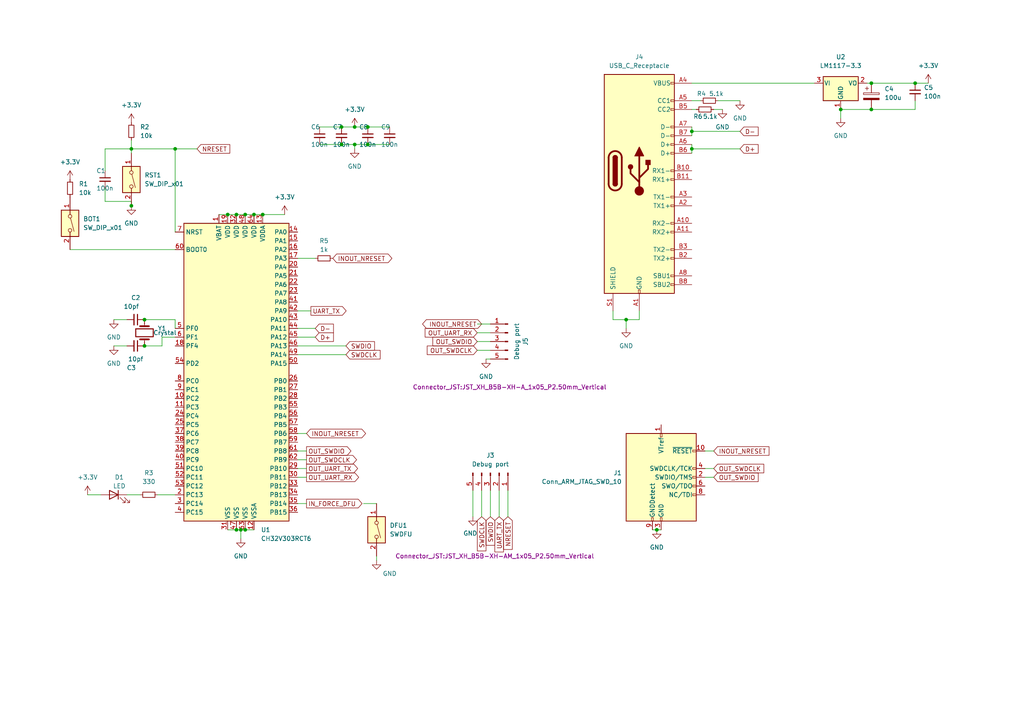
<source format=kicad_sch>
(kicad_sch (version 20231120) (generator "eeschema") (generator_version "8.0")
  (paper "A4")
  (lib_symbols
    (symbol "Connector:Conn_01x05_Male" (pin_names (offset 1.016) hide)
      (property "Reference" "J" (at 0 7.62 0))
      (property "Value" "Conn_01x05_Male" (at 0 -7.62 0))
      (symbol "Conn_01x05_Male_1_1"
        (polyline (pts (xy 1.27 -5.08) (xy 0.8636 -5.08)) (stroke (width 0.1524)))
        (polyline (pts (xy 1.27 -2.54) (xy 0.8636 -2.54)) (stroke (width 0.1524)))
        (polyline (pts (xy 1.27 0) (xy 0.8636 0)) (stroke (width 0.1524)))
        (polyline (pts (xy 1.27 2.54) (xy 0.8636 2.54)) (stroke (width 0.1524)))
        (polyline (pts (xy 1.27 5.08) (xy 0.8636 5.08)) (stroke (width 0.1524)))
        (rectangle (start 0.8636 -4.953) (end 0 -5.207) (stroke (width 0.1524)) (fill (type outline)))
        (rectangle (start 0.8636 -2.413) (end 0 -2.667) (stroke (width 0.1524)) (fill (type outline)))
        (rectangle (start 0.8636 0.127) (end 0 -0.127) (stroke (width 0.1524)) (fill (type outline)))
        (rectangle (start 0.8636 2.667) (end 0 2.413) (stroke (width 0.1524)) (fill (type outline)))
        (rectangle (start 0.8636 5.207) (end 0 4.953) (stroke (width 0.1524)) (fill (type outline)))
        (pin passive line (at 5.08 5.08 180) (length 3.81) (name "Pin_1") (number "1"))
        (pin passive line (at 5.08 2.54 180) (length 3.81) (name "Pin_2") (number "2"))
        (pin passive line (at 5.08 0 180) (length 3.81) (name "Pin_3") (number "3"))
        (pin passive line (at 5.08 -2.54 180) (length 3.81) (name "Pin_4") (number "4"))
        (pin passive line (at 5.08 -5.08 180) (length 3.81) (name "Pin_5") (number "5"))
      )
    )
    (symbol "Connector:Conn_ARM_JTAG_SWD_10" (pin_names (offset 1.016))
      (property "Reference" "J" (at -2.54 16.51 0))
      (property "Value" "Conn_ARM_JTAG_SWD_10" (at -2.54 13.97 0))
      (symbol "Conn_ARM_JTAG_SWD_10_0_1"
        (rectangle (start -10.16 12.7) (end 10.16 -12.7) (stroke (width 0.254)) (fill (type background)))
        (rectangle (start -2.794 -12.7) (end -2.286 -11.684))
        (rectangle (start -0.254 -12.7) (end 0.254 -11.684))
        (rectangle (start -0.254 12.7) (end 0.254 11.684))
        (rectangle (start 9.144 2.286) (end 10.16 2.794))
        (rectangle (start 10.16 -2.794) (end 9.144 -2.286))
        (rectangle (start 10.16 -0.254) (end 9.144 0.254))
        (rectangle (start 10.16 7.874) (end 9.144 7.366))
      )
      (symbol "Conn_ARM_JTAG_SWD_10_1_1"
        (rectangle (start 9.144 -5.334) (end 10.16 -4.826))
        (pin power_in line (at 0 15.24 270) (length 2.54) (name "VTref") (number "1"))
        (pin open_collector line (at 12.7 7.62 180) (length 2.54) (name "~{RESET}") (number "10"))
        (pin bidirectional line (at 12.7 0 180) (length 2.54) (name "SWDIO/TMS") (number "2"))
        (pin power_in line (at 0 -15.24 90) (length 2.54) (name "GND") (number "3"))
        (pin output line (at 12.7 2.54 180) (length 2.54) (name "SWDCLK/TCK") (number "4"))
        (pin passive line (at 0 -15.24 90) (length 2.54) hide (name "GND") (number "5"))
        (pin input line (at 12.7 -2.54 180) (length 2.54) (name "SWO/TDO") (number "6"))
        (pin no_connect line (at -10.16 0 0) (length 2.54) hide (name "KEY") (number "7"))
        (pin output line (at 12.7 -5.08 180) (length 2.54) (name "NC/TDI") (number "8"))
        (pin passive line (at -2.54 -15.24 90) (length 2.54) (name "GNDDetect") (number "9"))
      )
    )
    (symbol "Connector:USB_C_Receptacle" (pin_names (offset 1.016))
      (property "Reference" "J" (at -10.16 29.21 0))
      (property "Value" "USB_C_Receptacle" (at 10.16 29.21 0))
      (symbol "USB_C_Receptacle_0_0"
        (rectangle (start -0.254 -35.56) (end 0.254 -34.544))
        (rectangle (start 10.16 -32.766) (end 9.144 -33.274))
        (rectangle (start 10.16 -30.226) (end 9.144 -30.734))
        (rectangle (start 10.16 -25.146) (end 9.144 -25.654))
        (rectangle (start 10.16 -22.606) (end 9.144 -23.114))
        (rectangle (start 10.16 -17.526) (end 9.144 -18.034))
        (rectangle (start 10.16 -14.986) (end 9.144 -15.494))
        (rectangle (start 10.16 -9.906) (end 9.144 -10.414))
        (rectangle (start 10.16 -7.366) (end 9.144 -7.874))
        (rectangle (start 10.16 -2.286) (end 9.144 -2.794))
        (rectangle (start 10.16 0.254) (end 9.144 -0.254))
        (rectangle (start 10.16 5.334) (end 9.144 4.826))
        (rectangle (start 10.16 7.874) (end 9.144 7.366))
        (rectangle (start 10.16 10.414) (end 9.144 9.906))
        (rectangle (start 10.16 12.954) (end 9.144 12.446))
        (rectangle (start 10.16 18.034) (end 9.144 17.526))
        (rectangle (start 10.16 20.574) (end 9.144 20.066))
        (rectangle (start 10.16 25.654) (end 9.144 25.146))
      )
      (symbol "USB_C_Receptacle_0_1"
        (rectangle (start -10.16 27.94) (end 10.16 -35.56) (stroke (width 0.254)) (fill (type background)))
        (arc (start -8.89 -3.81) (mid -6.985 -5.7067) (end -5.08 -3.81) (stroke (width 0.508)))
        (arc (start -7.62 -3.81) (mid -6.985 -4.4423) (end -6.35 -3.81) (stroke (width 0.254)))
        (arc (start -7.62 -3.81) (mid -6.985 -4.4423) (end -6.35 -3.81) (stroke (width 0.254)) (fill (type outline)))
        (rectangle (start -7.62 -3.81) (end -6.35 3.81) (stroke (width 0.254)) (fill (type outline)))
        (arc (start -6.35 3.81) (mid -6.985 4.4423) (end -7.62 3.81) (stroke (width 0.254)))
        (arc (start -6.35 3.81) (mid -6.985 4.4423) (end -7.62 3.81) (stroke (width 0.254)) (fill (type outline)))
        (arc (start -5.08 3.81) (mid -6.985 5.7067) (end -8.89 3.81) (stroke (width 0.508)))
        (polyline (pts (xy -8.89 -3.81) (xy -8.89 3.81)) (stroke (width 0.508)))
        (polyline (pts (xy -5.08 3.81) (xy -5.08 -3.81)) (stroke (width 0.508)))
      )
      (symbol "USB_C_Receptacle_1_1"
        (circle (center -2.54 1.143) (radius 0.635) (stroke (width 0.254)) (fill (type outline)))
        (circle (center 0 -5.842) (radius 1.27) (fill (type outline)))
        (polyline (pts (xy 0 -5.842) (xy 0 4.318)) (stroke (width 0.508)))
        (polyline (pts (xy 0 -3.302) (xy -2.54 -0.762) (xy -2.54 0.508)) (stroke (width 0.508)))
        (polyline (pts (xy 0 -2.032) (xy 2.54 0.508) (xy 2.54 1.778)) (stroke (width 0.508)))
        (polyline (pts (xy -1.27 4.318) (xy 0 6.858) (xy 1.27 4.318) (xy -1.27 4.318)) (stroke (width 0.254)) (fill (type outline)))
        (rectangle (start 1.905 1.778) (end 3.175 3.048) (stroke (width 0.254)) (fill (type outline)))
        (pin passive line (at 0 -40.64 90) (length 5.08) (name "GND") (number "A1"))
        (pin bidirectional line (at 15.24 -15.24 180) (length 5.08) (name "RX2-") (number "A10"))
        (pin bidirectional line (at 15.24 -17.78 180) (length 5.08) (name "RX2+") (number "A11"))
        (pin passive line (at 0 -40.64 90) (length 5.08) hide (name "GND") (number "A12"))
        (pin bidirectional line (at 15.24 -10.16 180) (length 5.08) (name "TX1+") (number "A2"))
        (pin bidirectional line (at 15.24 -7.62 180) (length 5.08) (name "TX1-") (number "A3"))
        (pin passive line (at 15.24 25.4 180) (length 5.08) (name "VBUS") (number "A4"))
        (pin bidirectional line (at 15.24 20.32 180) (length 5.08) (name "CC1") (number "A5"))
        (pin bidirectional line (at 15.24 7.62 180) (length 5.08) (name "D+") (number "A6"))
        (pin bidirectional line (at 15.24 12.7 180) (length 5.08) (name "D-") (number "A7"))
        (pin bidirectional line (at 15.24 -30.48 180) (length 5.08) (name "SBU1") (number "A8"))
        (pin passive line (at 15.24 25.4 180) (length 5.08) hide (name "VBUS") (number "A9"))
        (pin passive line (at 0 -40.64 90) (length 5.08) hide (name "GND") (number "B1"))
        (pin bidirectional line (at 15.24 0 180) (length 5.08) (name "RX1-") (number "B10"))
        (pin bidirectional line (at 15.24 -2.54 180) (length 5.08) (name "RX1+") (number "B11"))
        (pin passive line (at 0 -40.64 90) (length 5.08) hide (name "GND") (number "B12"))
        (pin bidirectional line (at 15.24 -25.4 180) (length 5.08) (name "TX2+") (number "B2"))
        (pin bidirectional line (at 15.24 -22.86 180) (length 5.08) (name "TX2-") (number "B3"))
        (pin passive line (at 15.24 25.4 180) (length 5.08) hide (name "VBUS") (number "B4"))
        (pin bidirectional line (at 15.24 17.78 180) (length 5.08) (name "CC2") (number "B5"))
        (pin bidirectional line (at 15.24 5.08 180) (length 5.08) (name "D+") (number "B6"))
        (pin bidirectional line (at 15.24 10.16 180) (length 5.08) (name "D-") (number "B7"))
        (pin bidirectional line (at 15.24 -33.02 180) (length 5.08) (name "SBU2") (number "B8"))
        (pin passive line (at 15.24 25.4 180) (length 5.08) hide (name "VBUS") (number "B9"))
        (pin passive line (at -7.62 -40.64 90) (length 5.08) (name "SHIELD") (number "S1"))
      )
    )
    (symbol "Device:C_Polarized" (pin_numbers hide) (pin_names (offset 0.254))
      (property "Reference" "C" (at 0.635 2.54 0))
      (property "Value" "C_Polarized" (at 0.635 -2.54 0))
      (symbol "C_Polarized_0_1"
        (rectangle (start -2.286 0.508) (end 2.286 1.016))
        (polyline (pts (xy -1.778 2.286) (xy -0.762 2.286)))
        (polyline (pts (xy -1.27 2.794) (xy -1.27 1.778)))
        (rectangle (start 2.286 -0.508) (end -2.286 -1.016) (fill (type outline)))
      )
      (symbol "C_Polarized_1_1"
        (pin passive line (at 0 3.81 270) (length 2.794) (name "~") (number "1"))
        (pin passive line (at 0 -3.81 90) (length 2.794) (name "~") (number "2"))
      )
    )
    (symbol "Device:C_Small" (pin_numbers hide) (pin_names (offset 0.254) hide)
      (property "Reference" "C" (at 0.254 1.778 0))
      (property "Value" "C_Small" (at 0.254 -2.032 0))
      (symbol "C_Small_0_1"
        (polyline (pts (xy -1.524 -0.508) (xy 1.524 -0.508)) (stroke (width 0.3302)))
        (polyline (pts (xy -1.524 0.508) (xy 1.524 0.508)) (stroke (width 0.3048)))
      )
      (symbol "C_Small_1_1"
        (pin passive line (at 0 2.54 270) (length 2.032) (name "~") (number "1"))
        (pin passive line (at 0 -2.54 90) (length 2.032) (name "~") (number "2"))
      )
    )
    (symbol "Device:Crystal" (pin_numbers hide) (pin_names (offset 1.016) hide)
      (property "Reference" "Y" (at 0 3.81 0))
      (property "Value" "Crystal" (at 0 -3.81 0))
      (symbol "Crystal_0_1"
        (rectangle (start -1.143 2.54) (end 1.143 -2.54) (stroke (width 0.3048)))
        (polyline (pts (xy -2.54 0) (xy -1.905 0)))
        (polyline (pts (xy -1.905 -1.27) (xy -1.905 1.27)) (stroke (width 0.508)))
        (polyline (pts (xy 1.905 -1.27) (xy 1.905 1.27)) (stroke (width 0.508)))
        (polyline (pts (xy 2.54 0) (xy 1.905 0)))
      )
      (symbol "Crystal_1_1"
        (pin passive line (at -3.81 0 0) (length 1.27) (name "1") (number "1"))
        (pin passive line (at 3.81 0 180) (length 1.27) (name "2") (number "2"))
      )
    )
    (symbol "Device:LED" (pin_numbers hide) (pin_names (offset 1.016) hide)
      (property "Reference" "D" (at 0 2.54 0))
      (property "Value" "LED" (at 0 -2.54 0))
      (symbol "LED_0_1"
        (polyline (pts (xy -1.27 -1.27) (xy -1.27 1.27)) (stroke (width 0.254)))
        (polyline (pts (xy -1.27 0) (xy 1.27 0)))
        (polyline (pts (xy 1.27 -1.27) (xy 1.27 1.27) (xy -1.27 0) (xy 1.27 -1.27)) (stroke (width 0.254)))
        (polyline (pts (xy -3.048 -0.762) (xy -4.572 -2.286) (xy -3.81 -2.286) (xy -4.572 -2.286) (xy -4.572 -1.524)))
        (polyline (pts (xy -1.778 -0.762) (xy -3.302 -2.286) (xy -2.54 -2.286) (xy -3.302 -2.286) (xy -3.302 -1.524)))
      )
      (symbol "LED_1_1"
        (pin passive line (at -3.81 0 0) (length 2.54) (name "K") (number "1"))
        (pin passive line (at 3.81 0 180) (length 2.54) (name "A") (number "2"))
      )
    )
    (symbol "Device:R_Small" (pin_numbers hide) (pin_names (offset 0.254) hide)
      (property "Reference" "R" (at 0.762 0.508 0))
      (property "Value" "R_Small" (at 0.762 -1.016 0))
      (symbol "R_Small_0_1"
        (rectangle (start -0.762 1.778) (end 0.762 -1.778) (stroke (width 0.2032)))
      )
      (symbol "R_Small_1_1"
        (pin passive line (at 0 2.54 270) (length 0.762) (name "~") (number "1"))
        (pin passive line (at 0 -2.54 90) (length 0.762) (name "~") (number "2"))
      )
    )
    (symbol "MCU_ST_STM32F3:STM32F303RCTx"
      (property "Reference" "U" (at -15.24 44.45 0))
      (property "Value" "STM32F303RCTx" (at 10.16 44.45 0))
      (symbol "STM32F303RCTx_0_1"
        (rectangle (start -15.24 -43.18) (end 15.24 43.18) (stroke (width 0.254)) (fill (type background)))
      )
      (symbol "STM32F303RCTx_1_1"
        (pin power_in line (at -5.08 45.72 270) (length 2.54) (name "VBAT") (number "1"))
        (pin bidirectional line (at -17.78 -7.62 0) (length 2.54) (name "PC2") (number "10"))
        (pin bidirectional line (at -17.78 -10.16 0) (length 2.54) (name "PC3") (number "11"))
        (pin power_in line (at 5.08 -45.72 90) (length 2.54) (name "VSSA") (number "12"))
        (pin power_in line (at 7.62 45.72 270) (length 2.54) (name "VDDA") (number "13"))
        (pin bidirectional line (at 17.78 40.64 180) (length 2.54) (name "PA0") (number "14"))
        (pin bidirectional line (at 17.78 38.1 180) (length 2.54) (name "PA1") (number "15"))
        (pin bidirectional line (at 17.78 35.56 180) (length 2.54) (name "PA2") (number "16"))
        (pin bidirectional line (at 17.78 33.02 180) (length 2.54) (name "PA3") (number "17"))
        (pin bidirectional line (at -17.78 7.62 0) (length 2.54) (name "PF4") (number "18"))
        (pin power_in line (at -2.54 45.72 270) (length 2.54) (name "VDD") (number "19"))
        (pin bidirectional line (at -17.78 -35.56 0) (length 2.54) (name "PC13") (number "2"))
        (pin bidirectional line (at 17.78 30.48 180) (length 2.54) (name "PA4") (number "20"))
        (pin bidirectional line (at 17.78 27.94 180) (length 2.54) (name "PA5") (number "21"))
        (pin bidirectional line (at 17.78 25.4 180) (length 2.54) (name "PA6") (number "22"))
        (pin bidirectional line (at 17.78 22.86 180) (length 2.54) (name "PA7") (number "23"))
        (pin bidirectional line (at -17.78 -12.7 0) (length 2.54) (name "PC4") (number "24"))
        (pin bidirectional line (at -17.78 -15.24 0) (length 2.54) (name "PC5") (number "25"))
        (pin bidirectional line (at 17.78 -2.54 180) (length 2.54) (name "PB0") (number "26"))
        (pin bidirectional line (at 17.78 -5.08 180) (length 2.54) (name "PB1") (number "27"))
        (pin bidirectional line (at 17.78 -7.62 180) (length 2.54) (name "PB2") (number "28"))
        (pin bidirectional line (at 17.78 -27.94 180) (length 2.54) (name "PB10") (number "29"))
        (pin bidirectional line (at -17.78 -38.1 0) (length 2.54) (name "PC14") (number "3"))
        (pin bidirectional line (at 17.78 -30.48 180) (length 2.54) (name "PB11") (number "30"))
        (pin power_in line (at -2.54 -45.72 90) (length 2.54) (name "VSS") (number "31"))
        (pin power_in line (at 0 45.72 270) (length 2.54) (name "VDD") (number "32"))
        (pin bidirectional line (at 17.78 -33.02 180) (length 2.54) (name "PB12") (number "33"))
        (pin bidirectional line (at 17.78 -35.56 180) (length 2.54) (name "PB13") (number "34"))
        (pin bidirectional line (at 17.78 -38.1 180) (length 2.54) (name "PB14") (number "35"))
        (pin bidirectional line (at 17.78 -40.64 180) (length 2.54) (name "PB15") (number "36"))
        (pin bidirectional line (at -17.78 -17.78 0) (length 2.54) (name "PC6") (number "37"))
        (pin bidirectional line (at -17.78 -20.32 0) (length 2.54) (name "PC7") (number "38"))
        (pin bidirectional line (at -17.78 -22.86 0) (length 2.54) (name "PC8") (number "39"))
        (pin bidirectional line (at -17.78 -40.64 0) (length 2.54) (name "PC15") (number "4"))
        (pin bidirectional line (at -17.78 -25.4 0) (length 2.54) (name "PC9") (number "40"))
        (pin bidirectional line (at 17.78 20.32 180) (length 2.54) (name "PA8") (number "41"))
        (pin bidirectional line (at 17.78 17.78 180) (length 2.54) (name "PA9") (number "42"))
        (pin bidirectional line (at 17.78 15.24 180) (length 2.54) (name "PA10") (number "43"))
        (pin bidirectional line (at 17.78 12.7 180) (length 2.54) (name "PA11") (number "44"))
        (pin bidirectional line (at 17.78 10.16 180) (length 2.54) (name "PA12") (number "45"))
        (pin bidirectional line (at 17.78 7.62 180) (length 2.54) (name "PA13") (number "46"))
        (pin power_in line (at 0 -45.72 90) (length 2.54) (name "VSS") (number "47"))
        (pin power_in line (at 2.54 45.72 270) (length 2.54) (name "VDD") (number "48"))
        (pin bidirectional line (at 17.78 5.08 180) (length 2.54) (name "PA14") (number "49"))
        (pin input line (at -17.78 12.7 0) (length 2.54) (name "PF0") (number "5"))
        (pin bidirectional line (at 17.78 2.54 180) (length 2.54) (name "PA15") (number "50"))
        (pin bidirectional line (at -17.78 -27.94 0) (length 2.54) (name "PC10") (number "51"))
        (pin bidirectional line (at -17.78 -30.48 0) (length 2.54) (name "PC11") (number "52"))
        (pin bidirectional line (at -17.78 -33.02 0) (length 2.54) (name "PC12") (number "53"))
        (pin bidirectional line (at -17.78 2.54 0) (length 2.54) (name "PD2") (number "54"))
        (pin bidirectional line (at 17.78 -10.16 180) (length 2.54) (name "PB3") (number "55"))
        (pin bidirectional line (at 17.78 -12.7 180) (length 2.54) (name "PB4") (number "56"))
        (pin bidirectional line (at 17.78 -15.24 180) (length 2.54) (name "PB5") (number "57"))
        (pin bidirectional line (at 17.78 -17.78 180) (length 2.54) (name "PB6") (number "58"))
        (pin bidirectional line (at 17.78 -20.32 180) (length 2.54) (name "PB7") (number "59"))
        (pin input line (at -17.78 10.16 0) (length 2.54) (name "PF1") (number "6"))
        (pin input line (at -17.78 35.56 0) (length 2.54) (name "BOOT0") (number "60"))
        (pin bidirectional line (at 17.78 -22.86 180) (length 2.54) (name "PB8") (number "61"))
        (pin bidirectional line (at 17.78 -25.4 180) (length 2.54) (name "PB9") (number "62"))
        (pin power_in line (at 2.54 -45.72 90) (length 2.54) (name "VSS") (number "63"))
        (pin power_in line (at 5.08 45.72 270) (length 2.54) (name "VDD") (number "64"))
        (pin input line (at -17.78 40.64 0) (length 2.54) (name "NRST") (number "7"))
        (pin bidirectional line (at -17.78 -2.54 0) (length 2.54) (name "PC0") (number "8"))
        (pin bidirectional line (at -17.78 -5.08 0) (length 2.54) (name "PC1") (number "9"))
      )
    )
    (symbol "Regulator_Linear:LM1117-3.3" (pin_names (offset 0.254))
      (property "Reference" "U" (at -3.81 3.175 0))
      (property "Value" "LM1117-3.3" (at 0 3.175 0))
      (symbol "LM1117-3.3_0_1"
        (rectangle (start -5.08 -5.08) (end 5.08 1.905) (stroke (width 0.254)) (fill (type background)))
      )
      (symbol "LM1117-3.3_1_1"
        (pin power_in line (at 0 -7.62 90) (length 2.54) (name "GND") (number "1"))
        (pin power_out line (at 7.62 0 180) (length 2.54) (name "VO") (number "2"))
        (pin power_in line (at -7.62 0 0) (length 2.54) (name "VI") (number "3"))
      )
    )
    (symbol "Switch:SW_DIP_x01" (pin_names (offset 0) hide)
      (property "Reference" "SW" (at 0 3.81 0))
      (property "Value" "SW_DIP_x01" (at 0 -3.81 0))
      (symbol "SW_DIP_x01_0_0"
        (circle (center -2.032 0) (radius 0.508))
        (polyline (pts (xy -1.524 0.127) (xy 2.3622 1.1684)))
        (circle (center 2.032 0) (radius 0.508))
      )
      (symbol "SW_DIP_x01_0_1"
        (rectangle (start -3.81 2.54) (end 3.81 -2.54) (stroke (width 0.254)) (fill (type background)))
      )
      (symbol "SW_DIP_x01_1_1"
        (pin passive line (at -7.62 0 0) (length 5.08) (name "~") (number "1"))
        (pin passive line (at 7.62 0 180) (length 5.08) (name "~") (number "2"))
      )
    )
    (symbol "power:+3.3V" (power) (pin_names (offset 0))
      (property "Value" "+3.3V" (at 0 3.556 0))
      (symbol "+3.3V_0_1"
        (polyline (pts (xy -0.762 1.27) (xy 0 2.54)))
        (polyline (pts (xy 0 0) (xy 0 2.54)))
        (polyline (pts (xy 0 2.54) (xy 0.762 1.27)))
      )
      (symbol "+3.3V_1_1"
        (pin power_in line (at 0 0 90) (length 0) hide (name "+3.3V") (number "1"))
      )
    )
    (symbol "power:GND" (power) (pin_names (offset 0))
      (property "Value" "GND" (at 0 -3.81 0))
      (symbol "GND_0_1"
        (polyline (pts (xy 0 0) (xy 0 -1.27) (xy 1.27 -1.27) (xy 0 -2.54) (xy -1.27 -1.27) (xy 0 -1.27)))
      )
      (symbol "GND_1_1"
        (pin power_in line (at 0 0 270) (length 0) hide (name "GND") (number "1"))
      )
    )
  )
  (junction (at 99.06 41.91))
  (junction (at 106.68 36.83))
  (junction (at 50.8 43.18))
  (junction (at 68.58 153.67))
  (junction (at 71.12 153.67))
  (junction (at 73.66 62.23))
  (junction (at 99.06 36.83))
  (junction (at 38.1 43.18))
  (junction (at 69.85 153.67))
  (junction (at 102.87 36.83))
  (junction (at 41.91 92.71))
  (junction (at 252.73 24.13))
  (junction (at 68.58 62.23))
  (junction (at 243.84 31.75))
  (junction (at 76.2 62.23))
  (junction (at 71.12 62.23))
  (junction (at 190.5 153.67))
  (junction (at 265.43 24.13))
  (junction (at 200.66 38.1))
  (junction (at 252.73 31.75))
  (junction (at 106.68 41.91))
  (junction (at 38.1 59.69))
  (junction (at 200.66 43.18))
  (junction (at 66.04 62.23))
  (junction (at 181.61 92.71))
  (junction (at 41.91 100.33))
  (junction (at 102.87 41.91))
  (wire (pts (xy 99.06 41.91) (xy 102.87 41.91)))
  (wire (pts (xy 252.73 31.75) (xy 265.43 31.75)))
  (wire (pts (xy 66.04 153.67) (xy 68.58 153.67)))
  (wire (pts (xy 38.1 40.64) (xy 38.1 43.18)))
  (wire (pts (xy 243.84 31.75) (xy 252.73 31.75)))
  (wire (pts (xy 200.66 38.1) (xy 214.63 38.1)))
  (wire (pts (xy 252.73 24.13) (xy 265.43 24.13)))
  (wire (pts (xy 38.1 43.18) (xy 50.8 43.18)))
  (wire (pts (xy 200.66 24.13) (xy 236.22 24.13)))
  (wire (pts (xy 20.32 72.39) (xy 50.8 72.39)))
  (wire (pts (xy 69.85 153.67) (xy 71.12 153.67)))
  (wire (pts (xy 46.99 97.79) (xy 46.99 100.33)))
  (wire (pts (xy 265.43 24.13) (xy 269.24 24.13)))
  (wire (pts (xy 265.43 29.21) (xy 265.43 31.75)))
  (wire (pts (xy 243.84 31.75) (xy 243.84 34.29)))
  (wire (pts (xy 142.24 142.24) (xy 142.24 149.86)))
  (wire (pts (xy 204.47 135.89) (xy 207.01 135.89)))
  (wire (pts (xy 38.1 58.42) (xy 38.1 59.69)))
  (wire (pts (xy 144.78 142.24) (xy 144.78 149.86)))
  (wire (pts (xy 71.12 62.23) (xy 73.66 62.23)))
  (wire (pts (xy 181.61 92.71) (xy 185.42 92.71)))
  (wire (pts (xy 76.2 62.23) (xy 82.55 62.23)))
  (wire (pts (xy 30.48 49.53) (xy 30.48 43.18)))
  (wire (pts (xy 36.83 143.51) (xy 40.64 143.51)))
  (wire (pts (xy 30.48 54.61) (xy 30.48 58.42)))
  (wire (pts (xy 200.66 36.83) (xy 200.66 38.1)))
  (wire (pts (xy 140.97 104.14) (xy 142.24 104.14)))
  (wire (pts (xy 138.43 93.98) (xy 142.24 93.98)))
  (wire (pts (xy 86.36 95.25) (xy 91.44 95.25)))
  (wire (pts (xy 41.91 100.33) (xy 46.99 100.33)))
  (wire (pts (xy 208.28 29.21) (xy 214.63 29.21)))
  (wire (pts (xy 185.42 90.17) (xy 185.42 92.71)))
  (wire (pts (xy 63.5 62.23) (xy 66.04 62.23)))
  (wire (pts (xy 102.87 41.91) (xy 106.68 41.91)))
  (wire (pts (xy 105.41 146.05) (xy 109.22 146.05)))
  (wire (pts (xy 190.5 153.67) (xy 191.77 153.67)))
  (wire (pts (xy 177.8 92.71) (xy 181.61 92.71)))
  (wire (pts (xy 200.66 43.18) (xy 200.66 44.45)))
  (wire (pts (xy 102.87 41.91) (xy 102.87 43.18)))
  (wire (pts (xy 68.58 153.67) (xy 69.85 153.67)))
  (wire (pts (xy 50.8 43.18) (xy 57.15 43.18)))
  (wire (pts (xy 30.48 43.18) (xy 38.1 43.18)))
  (wire (pts (xy 204.47 138.43) (xy 207.01 138.43)))
  (wire (pts (xy 86.36 125.73) (xy 88.9 125.73)))
  (wire (pts (xy 200.66 29.21) (xy 203.2 29.21)))
  (wire (pts (xy 86.36 100.33) (xy 100.33 100.33)))
  (wire (pts (xy 200.66 38.1) (xy 200.66 39.37)))
  (wire (pts (xy 38.1 43.18) (xy 38.1 44.45)))
  (wire (pts (xy 102.87 36.83) (xy 106.68 36.83)))
  (wire (pts (xy 139.7 142.24) (xy 139.7 149.86)))
  (wire (pts (xy 30.48 58.42) (xy 38.1 58.42)))
  (wire (pts (xy 86.36 135.89) (xy 88.9 135.89)))
  (wire (pts (xy 204.47 130.81) (xy 207.01 130.81)))
  (wire (pts (xy 33.02 100.33) (xy 36.83 100.33)))
  (wire (pts (xy 181.61 92.71) (xy 181.61 95.25)))
  (wire (pts (xy 86.36 138.43) (xy 88.9 138.43)))
  (wire (pts (xy 92.71 41.91) (xy 99.06 41.91)))
  (wire (pts (xy 69.85 153.67) (xy 69.85 156.21)))
  (wire (pts (xy 86.36 74.93) (xy 91.44 74.93)))
  (wire (pts (xy 25.4 143.51) (xy 29.21 143.51)))
  (wire (pts (xy 200.66 43.18) (xy 214.63 43.18)))
  (wire (pts (xy 73.66 62.23) (xy 76.2 62.23)))
  (wire (pts (xy 177.8 90.17) (xy 177.8 92.71)))
  (wire (pts (xy 138.43 96.52) (xy 142.24 96.52)))
  (wire (pts (xy 147.32 142.24) (xy 147.32 149.86)))
  (wire (pts (xy 68.58 62.23) (xy 71.12 62.23)))
  (wire (pts (xy 50.8 43.18) (xy 50.8 67.31)))
  (wire (pts (xy 138.43 101.6) (xy 142.24 101.6)))
  (wire (pts (xy 86.36 90.17) (xy 90.17 90.17)))
  (wire (pts (xy 200.66 41.91) (xy 200.66 43.18)))
  (wire (pts (xy 137.16 142.24) (xy 137.16 149.86)))
  (wire (pts (xy 86.36 97.79) (xy 91.44 97.79)))
  (wire (pts (xy 106.68 41.91) (xy 113.03 41.91)))
  (wire (pts (xy 71.12 153.67) (xy 73.66 153.67)))
  (wire (pts (xy 106.68 36.83) (xy 113.03 36.83)))
  (wire (pts (xy 45.72 143.51) (xy 50.8 143.51)))
  (wire (pts (xy 86.36 102.87) (xy 100.33 102.87)))
  (wire (pts (xy 109.22 161.29) (xy 109.22 162.56)))
  (wire (pts (xy 251.46 24.13) (xy 252.73 24.13)))
  (wire (pts (xy 50.8 97.79) (xy 46.99 97.79)))
  (wire (pts (xy 99.06 36.83) (xy 102.87 36.83)))
  (wire (pts (xy 50.8 95.25) (xy 50.8 92.71)))
  (wire (pts (xy 86.36 133.35) (xy 88.9 133.35)))
  (wire (pts (xy 66.04 62.23) (xy 68.58 62.23)))
  (wire (pts (xy 41.91 92.71) (xy 50.8 92.71)))
  (wire (pts (xy 33.02 92.71) (xy 36.83 92.71)))
  (wire (pts (xy 138.43 99.06) (xy 142.24 99.06)))
  (wire (pts (xy 86.36 130.81) (xy 88.9 130.81)))
  (wire (pts (xy 92.71 36.83) (xy 99.06 36.83)))
  (wire (pts (xy 189.23 153.67) (xy 190.5 153.67)))
  (wire (pts (xy 207.01 31.75) (xy 209.55 31.75)))
  (wire (pts (xy 200.66 31.75) (xy 201.93 31.75)))
  (wire (pts (xy 86.36 146.05) (xy 88.9 146.05)))
  (global_label "SWDCLK" (shape input) (at 100.33 102.87 0) (property "Intersheetrefs" "${INTERSHEET_REFS}" (effects (hide yes))))
  (global_label "OUT_SWDIO" (shape input) (at 207.01 138.43 0) (property "Intersheetrefs" "${INTERSHEET_REFS}" (effects (hide yes))))
  (global_label "D-" (shape input) (at 91.44 95.25 0) (property "Intersheetrefs" "${INTERSHEET_REFS}" (effects (hide yes))))
  (global_label "OUT_SWDIO" (shape input) (at 138.43 99.06 180) (property "Intersheetrefs" "${INTERSHEET_REFS}" (effects (hide yes))))
  (global_label "INOUT_NRESET" (shape input) (at 207.01 130.81 0) (property "Intersheetrefs" "${INTERSHEET_REFS}" (effects (hide yes))))
  (global_label "OUT_UART_RX" (shape input) (at 138.43 96.52 180) (property "Intersheetrefs" "${INTERSHEET_REFS}" (effects (hide yes))))
  (global_label "OUT_UART_RX" (shape output) (at 88.9 138.43 0) (property "Intersheetrefs" "${INTERSHEET_REFS}" (effects (hide yes))))
  (global_label "OUT_UART_TX" (shape output) (at 88.9 135.89 0) (property "Intersheetrefs" "${INTERSHEET_REFS}" (effects (hide yes))))
  (global_label "UART_TX" (shape output) (at 90.17 90.17 0) (property "Intersheetrefs" "${INTERSHEET_REFS}" (effects (hide yes))))
  (global_label "OUT_SWDCLK" (shape output) (at 88.9 133.35 0) (property "Intersheetrefs" "${INTERSHEET_REFS}" (effects (hide yes))))
  (global_label "OUT_SWDCLK" (shape input) (at 138.43 101.6 180) (property "Intersheetrefs" "${INTERSHEET_REFS}" (effects (hide yes))))
  (global_label "UART_TX" (shape input) (at 144.78 149.86 270) (property "Intersheetrefs" "${INTERSHEET_REFS}" (effects (hide yes))))
  (global_label "D+" (shape input) (at 91.44 97.79 0) (property "Intersheetrefs" "${INTERSHEET_REFS}" (effects (hide yes))))
  (global_label "SWDCLK" (shape input) (at 139.7 149.86 270) (property "Intersheetrefs" "${INTERSHEET_REFS}" (effects (hide yes))))
  (global_label "SWDIO" (shape input) (at 142.24 149.86 270) (property "Intersheetrefs" "${INTERSHEET_REFS}" (effects (hide yes))))
  (global_label "OUT_SWDCLK" (shape input) (at 207.01 135.89 0) (property "Intersheetrefs" "${INTERSHEET_REFS}" (effects (hide yes))))
  (global_label "INOUT_NRESET" (shape bidirectional) (at 88.9 125.73 0) (property "Intersheetrefs" "${INTERSHEET_REFS}" (effects (hide yes))))
  (global_label "OUT_SWDIO" (shape output) (at 88.9 130.81 0) (property "Intersheetrefs" "${INTERSHEET_REFS}" (effects (hide yes))))
  (global_label "IN_FORCE_DFU" (shape output) (at 88.9 146.05 0) (property "Intersheetrefs" "${INTERSHEET_REFS}" (effects (hide yes))))
  (global_label "SWDIO" (shape input) (at 100.33 100.33 0) (property "Intersheetrefs" "${INTERSHEET_REFS}" (effects (hide yes))))
  (global_label "D+" (shape input) (at 214.63 43.18 0) (property "Intersheetrefs" "${INTERSHEET_REFS}" (effects (hide yes))))
  (global_label "INOUT_NRESET" (shape bidirectional) (at 139.7 93.98 180) (property "Intersheetrefs" "${INTERSHEET_REFS}" (effects (hide yes))))
  (global_label "D-" (shape input) (at 214.63 38.1 0) (property "Intersheetrefs" "${INTERSHEET_REFS}" (effects (hide yes))))
  (global_label "NRESET" (shape input) (at 147.32 149.86 270) (property "Intersheetrefs" "${INTERSHEET_REFS}" (effects (hide yes))))
  (global_label "NRESET" (shape input) (at 57.15 43.18 0) (property "Intersheetrefs" "${INTERSHEET_REFS}" (effects (hide yes))))
  (global_label "INOUT_NRESET" (shape bidirectional) (at 96.52 74.93 0) (property "Intersheetrefs" "${INTERSHEET_REFS}" (effects (hide yes))))
  (symbol (lib_id "Connector:Conn_01x05_Male") (at 147.32 99.06 0) (mirror y) (unit 1)
    (property "Reference" "J5" (at 152.4 99.06 90))
    (property "Value" "Debug port" (at 149.86 99.06 90))
    (property "Footprint" "Connector_JST:JST_XH_B5B-XH-A_1x05_P2.50mm_Vertical" (at 147.828 112.268 0))
  )
  (symbol (lib_id "Device:C_Small") (at 106.68 39.37 0) (unit 1)
    (property "Reference" "C8" (at 104.14 36.83 0) (effects (justify left)))
    (property "Value" "100n" (at 104.14 41.91 0) (effects (justify left)))
    (property "Footprint" "Resistor_SMD:R_0603_1608Metric" (effects (hide yes)))
  )
  (symbol (lib_id "Device:C_Small") (at 39.37 100.33 270) (unit 1)
    (property "Reference" "C3" (at 38.1 106.68 90))
    (property "Value" "10pf" (at 39.37 104.14 90))
    (property "Footprint" "Resistor_SMD:R_0603_1608Metric" (effects (hide yes)))
  )
  (symbol (lib_id "power:GND") (at 181.61 95.25 0) (unit 1)
    (property "Reference" "#PWR013" (effects (hide yes)))
    (property "Value" "GND" (at 181.61 100.33 0))
  )
  (symbol (lib_id "power:GND") (at 190.5 153.67 0) (unit 1)
    (property "Reference" "#PWR010" (effects (hide yes)))
    (property "Value" "GND" (at 190.5 158.75 0))
  )
  (symbol (lib_id "Switch:SW_DIP_x01") (at 38.1 52.07 270) (unit 1)
    (property "Reference" "RST1" (at 41.91 50.8 90) (effects (justify left)))
    (property "Value" "SW_DIP_x01" (at 41.91 53.34 90) (effects (justify left)))
    (property "Footprint" "Button_Switch_SMD:SW_SPST_CK_RS282G05A3" (effects (hide yes)))
  )
  (symbol (lib_id "Device:R_Small") (at 20.32 54.61 0) (unit 1)
    (property "Reference" "R1" (at 22.86 53.3399 0) (effects (justify left)))
    (property "Value" "10k" (at 22.86 55.8799 0) (effects (justify left)))
    (property "Footprint" "Resistor_SMD:R_0603_1608Metric" (effects (hide yes)))
  )
  (symbol (lib_id "power:GND") (at 209.55 31.75 0) (unit 1)
    (property "Reference" "#PWR019" (effects (hide yes)))
    (property "Value" "GND" (at 209.55 36.83 0))
  )
  (symbol (lib_id "power:GND") (at 243.84 34.29 0) (unit 1)
    (property "Reference" "#PWR014" (effects (hide yes)))
    (property "Value" "GND" (at 243.84 39.37 0))
  )
  (symbol (lib_id "Device:C_Small") (at 113.03 39.37 0) (unit 1)
    (property "Reference" "C9" (at 110.49 36.83 0) (effects (justify left)))
    (property "Value" "100n" (at 110.49 41.91 0) (effects (justify left)))
    (property "Footprint" "Resistor_SMD:R_0603_1608Metric" (effects (hide yes)))
  )
  (symbol (lib_id "Device:C_Small") (at 265.43 26.67 0) (unit 1)
    (property "Reference" "C5" (at 267.97 25.4062 0) (effects (justify left)))
    (property "Value" "100n" (at 267.97 27.9462 0) (effects (justify left)))
    (property "Footprint" "Resistor_SMD:R_0603_1608Metric" (effects (hide yes)))
  )
  (symbol (lib_id "Device:LED") (at 33.02 143.51 0) (mirror y) (unit 1)
    (property "Reference" "D1" (at 34.6075 138.43 0))
    (property "Value" "LED" (at 34.6075 140.97 0))
    (property "Footprint" "Diode_SMD:D_0805_2012Metric" (effects (hide yes)))
  )
  (symbol (lib_id "power:+3.3V") (at 269.24 24.13 0) (unit 1)
    (property "Reference" "#PWR015" (effects (hide yes)))
    (property "Value" "+3.3V" (at 269.24 19.05 0))
  )
  (symbol (lib_id "Regulator_Linear:LM1117-3.3") (at 243.84 24.13 0) (unit 1)
    (property "Reference" "U2" (at 243.84 16.51 0))
    (property "Value" "LM1117-3.3" (at 243.84 19.05 0))
    (property "Footprint" "Package_TO_SOT_SMD:SOT-223" (effects (hide yes)))
    (property "Datasheet" "http://www.ti.com/lit/ds/symlink/lm1117.pdf" (effects (hide yes)))
  )
  (symbol (lib_id "Device:C_Polarized") (at 252.73 27.94 0) (unit 1)
    (property "Reference" "C4" (at 256.54 25.7809 0) (effects (justify left)))
    (property "Value" "100u" (at 256.54 28.3209 0) (effects (justify left)))
    (property "Footprint" "Capacitor_THT:CP_Radial_D4.0mm_P2.00mm" (effects (hide yes)))
  )
  (symbol (lib_id "Device:C_Small") (at 99.06 39.37 0) (unit 1)
    (property "Reference" "C7" (at 96.52 36.83 0) (effects (justify left)))
    (property "Value" "100n" (at 96.52 41.91 0) (effects (justify left)))
    (property "Footprint" "Resistor_SMD:R_0603_1608Metric" (effects (hide yes)))
  )
  (symbol (lib_id "power:+3.3V") (at 102.87 36.83 0) (unit 1)
    (property "Reference" "#PWR016" (effects (hide yes)))
    (property "Value" "+3.3V" (at 102.87 31.75 0))
  )
  (symbol (lib_id "power:+3.3V") (at 25.4 143.51 0) (unit 1)
    (property "Reference" "#PWR02" (effects (hide yes)))
    (property "Value" "+3.3V" (at 25.4 138.43 0))
  )
  (symbol (lib_id "Device:R_Small") (at 38.1 38.1 0) (unit 1)
    (property "Reference" "R2" (at 40.64 36.8299 0) (effects (justify left)))
    (property "Value" "10k" (at 40.64 39.3699 0) (effects (justify left)))
    (property "Footprint" "Resistor_SMD:R_0603_1608Metric" (effects (hide yes)))
  )
  (symbol (lib_id "power:GND") (at 214.63 29.21 0) (unit 1)
    (property "Reference" "#PWR09" (effects (hide yes)))
    (property "Value" "GND" (at 214.63 34.29 0))
  )
  (symbol (lib_id "MCU_ST_STM32F3:STM32F303RCTx") (at 68.58 107.95 0) (unit 1)
    (property "Reference" "U1" (at 75.6794 153.67 0) (effects (justify left)))
    (property "Value" "CH32V303RCT6" (at 75.6794 156.21 0) (effects (justify left)))
    (property "Footprint" "Package_QFP:LQFP-64_10x10mm_P0.5mm" (effects (hide yes)))
    (property "Datasheet" "http://www.st.com/st-web-ui/static/active/en/resource/technical/document/datasheet/DM00058181.pdf" (effects (hide yes)))
  )
  (symbol (lib_id "power:GND") (at 69.85 156.21 0) (unit 1)
    (property "Reference" "#PWR07" (effects (hide yes)))
    (property "Value" "GND" (at 69.85 161.29 0))
  )
  (symbol (lib_id "Connector:Conn_ARM_JTAG_SWD_10") (at 191.77 138.43 0) (unit 1)
    (property "Reference" "J1" (at 180.34 137.1599 0) (effects (justify right)))
    (property "Value" "Conn_ARM_JTAG_SWD_10" (at 180.34 139.6999 0) (effects (justify right)))
    (property "Footprint" "Connector_PinHeader_1.27mm:PinHeader_2x05_P1.27mm_Vertical_SMD" (effects (hide yes)))
    (property "Datasheet" "http://infocenter.arm.com/help/topic/com.arm.doc.ddi0314h/DDI0314H_coresight_components_trm.pdf" (effects (hide yes)))
    (property "Description" "Cortex Debug Connector, standard ARM Cortex-M SWD and JTAG interface" (effects (hide yes)))
  )
  (symbol (lib_id "Device:C_Small") (at 92.71 39.37 0) (unit 1)
    (property "Reference" "C6" (at 90.17 36.83 0) (effects (justify left)))
    (property "Value" "100n" (at 90.17 41.91 0) (effects (justify left)))
    (property "Footprint" "Resistor_SMD:R_0603_1608Metric" (effects (hide yes)))
  )
  (symbol (lib_id "Connector:Conn_01x05_Male") (at 142.24 137.16 270) (unit 1)
    (property "Reference" "J3" (at 142.24 132.08 90))
    (property "Value" "Debug port" (at 142.24 134.62 90))
    (property "Footprint" "Connector_JST:JST_XH_B5B-XH-AM_1x05_P2.50mm_Vertical" (at 143.51 161.29 90))
  )
  (symbol (lib_id "Device:C_Small") (at 30.48 52.07 0) (unit 1)
    (property "Reference" "C1" (at 27.94 49.53 0) (effects (justify left)))
    (property "Value" "100n" (at 27.94 54.61 0) (effects (justify left)))
    (property "Footprint" "Resistor_SMD:R_0603_1608Metric" (effects (hide yes)))
  )
  (symbol (lib_id "power:GND") (at 33.02 92.71 0) (unit 1)
    (property "Reference" "#PWR03" (effects (hide yes)))
    (property "Value" "GND" (at 33.02 97.79 0))
  )
  (symbol (lib_id "power:GND") (at 33.02 100.33 0) (unit 1)
    (property "Reference" "#PWR04" (effects (hide yes)))
    (property "Value" "GND" (at 33.02 105.41 0))
  )
  (symbol (lib_id "Device:Crystal") (at 41.91 96.52 270) (unit 1)
    (property "Reference" "Y1" (at 45.72 95.2499 90) (effects (justify left)))
    (property "Value" "Crystal" (at 44.45 96.52 90) (effects (justify left)))
    (property "Footprint" "Crystal:Crystal_HC49-U_Vertical" (effects (hide yes)))
  )
  (symbol (lib_id "Connector:USB_C_Receptacle") (at 185.42 49.53 0) (unit 1)
    (property "Reference" "J4" (at 185.42 16.51 0))
    (property "Value" "USB_C_Receptacle" (at 185.42 19.05 0))
    (property "Footprint" "Connector_USB:USB_C_Receptacle_Palconn_UTC16-G" (effects (hide yes)))
    (property "Datasheet" "https://www.usb.org/sites/default/files/documents/usb_type-c.zip" (effects (hide yes)))
    (property "Description" "USB Full-Featured Type-C Receptacle connector" (effects (hide yes)))
  )
  (symbol (lib_id "power:GND") (at 102.87 43.18 0) (unit 1)
    (property "Reference" "#PWR017" (effects (hide yes)))
    (property "Value" "GND" (at 102.87 48.26 0))
  )
  (symbol (lib_id "power:GND") (at 38.1 59.69 0) (unit 1)
    (property "Reference" "#PWR06" (effects (hide yes)))
    (property "Value" "GND" (at 38.1 64.77 0))
  )
  (symbol (lib_id "Device:R_Small") (at 43.18 143.51 270) (unit 1)
    (property "Reference" "R3" (at 43.18 137.16 90))
    (property "Value" "330" (at 43.18 139.7 90))
    (property "Footprint" "Resistor_SMD:R_0603_1608Metric" (effects (hide yes)))
  )
  (symbol (lib_id "power:+3.3V") (at 20.32 52.07 0) (unit 1)
    (property "Reference" "#PWR01" (effects (hide yes)))
    (property "Value" "+3.3V" (at 20.32 46.99 0))
  )
  (symbol (lib_id "power:GND") (at 109.22 162.56 0) (unit 1)
    (property "Reference" "#PWR018" (effects (hide yes)))
    (property "Value" "GND" (at 113.03 166.37 0))
  )
  (symbol (lib_id "Device:C_Small") (at 39.37 92.71 270) (unit 1)
    (property "Reference" "C2" (at 39.3636 86.36 90))
    (property "Value" "10pf" (at 38.1 88.9 90))
    (property "Footprint" "Resistor_SMD:R_0603_1608Metric" (effects (hide yes)))
  )
  (symbol (lib_id "Switch:SW_DIP_x01") (at 20.32 64.77 270) (unit 1)
    (property "Reference" "BOT1" (at 24.13 63.5 90) (effects (justify left)))
    (property "Value" "SW_DIP_x01" (at 24.13 66.04 90) (effects (justify left)))
    (property "Footprint" "Button_Switch_SMD:SW_SPST_CK_RS282G05A3" (effects (hide yes)))
  )
  (symbol (lib_id "power:GND") (at 140.97 104.14 0) (unit 1)
    (property "Reference" "#PWR020" (effects (hide yes)))
    (property "Value" "GND" (at 140.97 109.22 0))
  )
  (symbol (lib_id "Device:R_Small") (at 205.74 29.21 270) (unit 1)
    (property "Reference" "R4" (at 203.454 27.178 90))
    (property "Value" "5.1k" (at 207.772 27.178 90))
    (property "Footprint" "Resistor_SMD:R_0603_1608Metric" (effects (hide yes)))
  )
  (symbol (lib_id "power:GND") (at 137.16 149.86 0) (unit 1)
    (property "Reference" "#PWR012" (effects (hide yes)))
    (property "Value" "GND" (at 136.398 154.686 0))
  )
  (symbol (lib_id "Device:R_Small") (at 93.98 74.93 270) (unit 1)
    (property "Reference" "R5" (at 93.98 69.85 90))
    (property "Value" "1k" (at 93.98 72.39 90))
    (property "Footprint" "Resistor_SMD:R_0603_1608Metric" (effects (hide yes)))
  )
  (symbol (lib_id "power:+3.3V") (at 38.1 35.56 0) (unit 1)
    (property "Reference" "#PWR05" (effects (hide yes)))
    (property "Value" "+3.3V" (at 38.1 30.48 0))
  )
  (symbol (lib_id "Switch:SW_DIP_x01") (at 109.22 153.67 270) (unit 1)
    (property "Reference" "DFU1" (at 113.03 152.3999 90) (effects (justify left)))
    (property "Value" "SWDFU" (at 113.03 154.9399 90) (effects (justify left)))
    (property "Footprint" "Button_Switch_SMD:SW_SPST_CK_RS282G05A3" (effects (hide yes)))
  )
  (symbol (lib_id "Device:R_Small") (at 204.47 31.75 270) (unit 1)
    (property "Reference" "R6" (at 202.438 33.782 90))
    (property "Value" "5.1k" (at 205.994 33.782 90))
    (property "Footprint" "Resistor_SMD:R_0603_1608Metric" (effects (hide yes)))
  )
  (symbol (lib_id "power:+3.3V") (at 82.55 62.23 0) (unit 1)
    (property "Reference" "#PWR08" (effects (hide yes)))
    (property "Value" "+3.3V" (at 82.55 57.15 0))
  )
)
</source>
